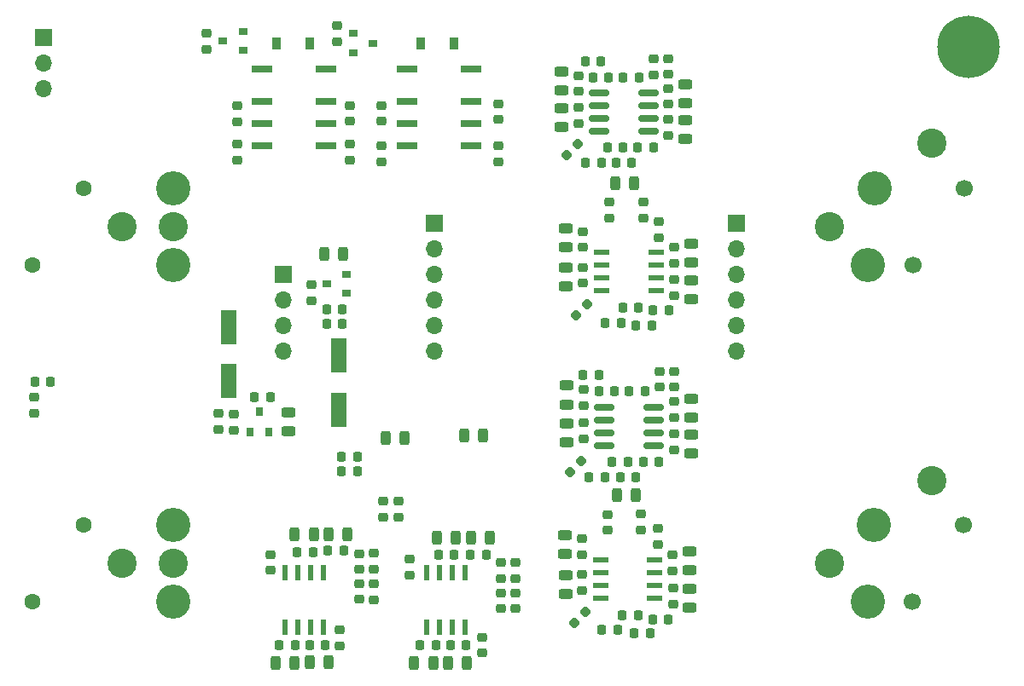
<source format=gbr>
G04 #@! TF.GenerationSoftware,KiCad,Pcbnew,6.0.2+dfsg-1*
G04 #@! TF.CreationDate,2022-08-31T21:38:22+10:00*
G04 #@! TF.ProjectId,AudioInjector.ABS.v1.balanced.preamplifier,41756469-6f49-46e6-9a65-63746f722e41,rev?*
G04 #@! TF.SameCoordinates,Original*
G04 #@! TF.FileFunction,Soldermask,Top*
G04 #@! TF.FilePolarity,Negative*
%FSLAX45Y45*%
G04 Gerber Fmt 4.5, Leading zero omitted, Abs format (unit mm)*
G04 Created by KiCad (PCBNEW 6.0.2+dfsg-1) date 2022-08-31 21:38:22*
%MOMM*%
%LPD*%
G01*
G04 APERTURE LIST*
G04 Aperture macros list*
%AMRoundRect*
0 Rectangle with rounded corners*
0 $1 Rounding radius*
0 $2 $3 $4 $5 $6 $7 $8 $9 X,Y pos of 4 corners*
0 Add a 4 corners polygon primitive as box body*
4,1,4,$2,$3,$4,$5,$6,$7,$8,$9,$2,$3,0*
0 Add four circle primitives for the rounded corners*
1,1,$1+$1,$2,$3*
1,1,$1+$1,$4,$5*
1,1,$1+$1,$6,$7*
1,1,$1+$1,$8,$9*
0 Add four rect primitives between the rounded corners*
20,1,$1+$1,$2,$3,$4,$5,0*
20,1,$1+$1,$4,$5,$6,$7,0*
20,1,$1+$1,$6,$7,$8,$9,0*
20,1,$1+$1,$8,$9,$2,$3,0*%
G04 Aperture macros list end*
%ADD10R,1.550000X0.600000*%
%ADD11RoundRect,0.218750X-0.256250X0.218750X-0.256250X-0.218750X0.256250X-0.218750X0.256250X0.218750X0*%
%ADD12RoundRect,0.218750X-0.026517X0.335876X-0.335876X0.026517X0.026517X-0.335876X0.335876X-0.026517X0*%
%ADD13RoundRect,0.218750X-0.218750X-0.256250X0.218750X-0.256250X0.218750X0.256250X-0.218750X0.256250X0*%
%ADD14RoundRect,0.218750X0.218750X0.256250X-0.218750X0.256250X-0.218750X-0.256250X0.218750X-0.256250X0*%
%ADD15RoundRect,0.218750X0.256250X-0.218750X0.256250X0.218750X-0.256250X0.218750X-0.256250X-0.218750X0*%
%ADD16R,2.150000X0.800000*%
%ADD17C,1.600000*%
%ADD18C,3.400000*%
%ADD19C,2.900000*%
%ADD20R,0.900000X0.800000*%
%ADD21R,0.900000X1.200000*%
%ADD22C,1.700000*%
%ADD23RoundRect,0.243750X-0.456250X0.243750X-0.456250X-0.243750X0.456250X-0.243750X0.456250X0.243750X0*%
%ADD24R,1.600000X3.500000*%
%ADD25R,0.600000X1.550000*%
%ADD26R,0.800000X0.900000*%
%ADD27RoundRect,0.243750X-0.243750X-0.456250X0.243750X-0.456250X0.243750X0.456250X-0.243750X0.456250X0*%
%ADD28C,6.200000*%
%ADD29RoundRect,0.243750X0.456250X-0.243750X0.456250X0.243750X-0.456250X0.243750X-0.456250X-0.243750X0*%
%ADD30RoundRect,0.243750X0.243750X0.456250X-0.243750X0.456250X-0.243750X-0.456250X0.243750X-0.456250X0*%
%ADD31RoundRect,0.150000X0.825000X0.150000X-0.825000X0.150000X-0.825000X-0.150000X0.825000X-0.150000X0*%
%ADD32R,1.700000X1.700000*%
%ADD33O,1.700000X1.700000*%
G04 APERTURE END LIST*
D10*
X15775000Y-12915500D03*
X15775000Y-12788500D03*
X15775000Y-12661500D03*
X15775000Y-12534500D03*
X15235000Y-12534500D03*
X15235000Y-12661500D03*
X15235000Y-12788500D03*
X15235000Y-12915500D03*
D11*
X15805000Y-12236250D03*
X15805000Y-12393750D03*
D12*
X15091369Y-13053631D03*
X14980000Y-13165000D03*
D13*
X15447500Y-13090000D03*
X15605000Y-13090000D03*
X15747500Y-13115000D03*
X15905000Y-13115000D03*
D14*
X15430000Y-13240000D03*
X15272500Y-13240000D03*
D15*
X15955000Y-12647500D03*
X15955000Y-12490000D03*
X15055000Y-12490000D03*
X15055000Y-12332500D03*
D11*
X15055000Y-12686250D03*
X15055000Y-12843750D03*
X15955000Y-12811250D03*
X15955000Y-12968750D03*
D14*
X15733750Y-13265000D03*
X15576250Y-13265000D03*
D16*
X13942500Y-10717500D03*
X13942500Y-11037500D03*
X13941500Y-11257500D03*
X13941500Y-11477500D03*
X13306500Y-11477500D03*
X13306500Y-11257500D03*
X13306500Y-11037500D03*
X13306500Y-10717500D03*
X12501500Y-10717500D03*
X12501500Y-11037500D03*
X12500500Y-11257500D03*
X12500500Y-11477500D03*
X11865500Y-11477500D03*
X11865500Y-11257500D03*
X11865500Y-11037500D03*
X11865500Y-10717500D03*
D17*
X10098000Y-11900000D03*
X9590000Y-12662000D03*
D18*
X10987000Y-11900000D03*
X10987000Y-12662000D03*
D19*
X10987000Y-12281000D03*
X10479000Y-12281000D03*
D11*
X14210000Y-11062500D03*
X14210000Y-11220000D03*
X14210000Y-11482500D03*
X14210000Y-11640000D03*
X13050000Y-11080000D03*
X13050000Y-11237500D03*
X13050000Y-11480000D03*
X13050000Y-11637500D03*
X12740000Y-11080000D03*
X12740000Y-11237500D03*
X12740000Y-11462500D03*
X12740000Y-11620000D03*
X11620000Y-11082500D03*
X11620000Y-11240000D03*
X11620000Y-11462500D03*
X11620000Y-11620000D03*
D20*
X11680000Y-10535000D03*
X11680000Y-10345000D03*
X11480000Y-10440000D03*
D15*
X12610000Y-10447500D03*
X12610000Y-10290000D03*
X11320000Y-10520000D03*
X11320000Y-10362500D03*
D21*
X13440000Y-10460000D03*
X13770000Y-10460000D03*
X12010000Y-10460000D03*
X12340000Y-10460000D03*
D13*
X15742500Y-16185000D03*
X15900000Y-16185000D03*
D11*
X15945000Y-15876250D03*
X15945000Y-16033750D03*
D12*
X15075685Y-16109315D03*
X14964315Y-16220685D03*
D11*
X15045000Y-15742500D03*
X15045000Y-15900000D03*
D13*
X15440000Y-16145000D03*
X15597500Y-16145000D03*
D14*
X15718750Y-16325000D03*
X15561250Y-16325000D03*
D11*
X15795000Y-15282500D03*
X15795000Y-15440000D03*
D10*
X15765000Y-15975500D03*
X15765000Y-15848500D03*
X15765000Y-15721500D03*
X15765000Y-15594500D03*
X15225000Y-15594500D03*
X15225000Y-15721500D03*
X15225000Y-15848500D03*
X15225000Y-15975500D03*
D15*
X15040000Y-15542500D03*
X15040000Y-15385000D03*
D14*
X15397500Y-16285000D03*
X15240000Y-16285000D03*
D15*
X15940000Y-15705000D03*
X15940000Y-15547500D03*
D20*
X12770000Y-10365000D03*
X12770000Y-10555000D03*
X12970000Y-10460000D03*
D15*
X12640000Y-16448750D03*
X12640000Y-16291250D03*
X11950000Y-15698750D03*
X11950000Y-15541250D03*
D13*
X12522500Y-15505000D03*
X12680000Y-15505000D03*
X12340000Y-16445000D03*
X12497500Y-16445000D03*
D14*
X12373750Y-15520000D03*
X12216250Y-15520000D03*
X12193750Y-16445000D03*
X12036250Y-16445000D03*
D22*
X18324500Y-12662000D03*
X18832500Y-11900000D03*
D18*
X17943500Y-11900000D03*
X17880000Y-12662000D03*
D19*
X17498500Y-12281000D03*
X18515500Y-11456000D03*
D23*
X12127500Y-14131250D03*
X12127500Y-14318750D03*
D15*
X9605000Y-14138750D03*
X9605000Y-13981250D03*
D14*
X9768750Y-13825000D03*
X9611250Y-13825000D03*
X12666250Y-13252500D03*
X12508750Y-13252500D03*
D24*
X12627500Y-13565000D03*
X12627500Y-14105000D03*
D15*
X11437500Y-14295000D03*
X11437500Y-14137500D03*
D24*
X11540000Y-13280000D03*
X11540000Y-13820000D03*
D13*
X12508750Y-13102500D03*
X12666250Y-13102500D03*
X11791250Y-13975000D03*
X11948750Y-13975000D03*
D25*
X12099500Y-16260000D03*
X12226500Y-16260000D03*
X12353500Y-16260000D03*
X12480500Y-16260000D03*
X12480500Y-15720000D03*
X12353500Y-15720000D03*
X12226500Y-15720000D03*
X12099500Y-15720000D03*
D26*
X11747500Y-14325000D03*
X11937500Y-14325000D03*
X11842500Y-14125000D03*
D20*
X12707500Y-12947500D03*
X12707500Y-12757500D03*
X12507500Y-12852500D03*
D15*
X12357500Y-13020000D03*
X12357500Y-12862500D03*
D27*
X12483750Y-12552500D03*
X12671250Y-12552500D03*
D11*
X11587500Y-14146250D03*
X11587500Y-14303750D03*
D13*
X13936250Y-15545000D03*
X14093750Y-15545000D03*
D15*
X13335000Y-15743750D03*
X13335000Y-15586250D03*
D14*
X13775000Y-15545000D03*
X13617500Y-15545000D03*
D11*
X14235000Y-15921250D03*
X14235000Y-16078750D03*
X14380000Y-15921250D03*
X14380000Y-16078750D03*
D13*
X13735000Y-16445000D03*
X13892500Y-16445000D03*
D14*
X13595000Y-16445000D03*
X13437500Y-16445000D03*
D15*
X14235000Y-15780000D03*
X14235000Y-15622500D03*
X14380000Y-15780000D03*
X14380000Y-15622500D03*
D25*
X13504500Y-16265000D03*
X13631500Y-16265000D03*
X13758500Y-16265000D03*
X13885500Y-16265000D03*
X13885500Y-15725000D03*
X13758500Y-15725000D03*
X13631500Y-15725000D03*
X13504500Y-15725000D03*
D11*
X12980000Y-15831250D03*
X12980000Y-15988750D03*
X12830000Y-15827500D03*
X12830000Y-15985000D03*
D15*
X12830000Y-15690000D03*
X12830000Y-15532500D03*
X12980000Y-15687500D03*
X12980000Y-15530000D03*
X14050000Y-16518750D03*
X14050000Y-16361250D03*
X13220000Y-15167500D03*
X13220000Y-15010000D03*
X13070000Y-15168750D03*
X13070000Y-15011250D03*
D13*
X12656250Y-14570000D03*
X12813750Y-14570000D03*
X12657750Y-14716500D03*
X12815250Y-14716500D03*
D22*
X18827500Y-15250000D03*
X18319500Y-16012000D03*
D18*
X17938500Y-15250000D03*
X17875000Y-16012000D03*
D19*
X17493500Y-15631000D03*
X18510500Y-14806000D03*
D17*
X9590000Y-16012000D03*
X10098000Y-15250000D03*
D18*
X10987000Y-15250000D03*
X10987000Y-16012000D03*
D19*
X10987000Y-15631000D03*
X10479000Y-15631000D03*
D28*
X18875000Y-10500000D03*
D29*
X16110000Y-15700000D03*
X16110000Y-15512500D03*
X14872500Y-15537500D03*
X14872500Y-15350000D03*
D23*
X16112500Y-15880000D03*
X16112500Y-16067500D03*
X14877500Y-15747500D03*
X14877500Y-15935000D03*
D29*
X16122500Y-12642500D03*
X16122500Y-12455000D03*
X14885000Y-12486250D03*
X14885000Y-12298750D03*
D23*
X16122500Y-12816250D03*
X16122500Y-13003750D03*
X14885000Y-12687500D03*
X14885000Y-12875000D03*
D27*
X12525000Y-15337500D03*
X12712500Y-15337500D03*
X13937500Y-15375000D03*
X14125000Y-15375000D03*
X13715000Y-16615000D03*
X13902500Y-16615000D03*
D30*
X13787500Y-15375000D03*
X13600000Y-15375000D03*
X13565000Y-16615000D03*
X13377500Y-16615000D03*
D27*
X12343750Y-16612500D03*
X12531250Y-16612500D03*
D30*
X12380000Y-15337500D03*
X12192500Y-15337500D03*
X12190000Y-16615000D03*
X12002500Y-16615000D03*
D11*
X15810000Y-13720000D03*
X15810000Y-13877500D03*
D12*
X15031369Y-14608631D03*
X14920000Y-14720000D03*
D29*
X14890000Y-14050000D03*
X14890000Y-13862500D03*
D23*
X16130000Y-14350000D03*
X16130000Y-14537500D03*
X14890000Y-14240000D03*
X14890000Y-14427500D03*
D13*
X15341250Y-14620000D03*
X15498750Y-14620000D03*
X15650000Y-14620000D03*
X15807500Y-14620000D03*
D15*
X15960000Y-14178750D03*
X15960000Y-14021250D03*
X15060000Y-14060000D03*
X15060000Y-13902500D03*
D11*
X15960000Y-14341250D03*
X15960000Y-14498750D03*
X15060000Y-14231250D03*
X15060000Y-14388750D03*
D14*
X15210000Y-13760000D03*
X15052500Y-13760000D03*
D11*
X15960000Y-13720000D03*
X15960000Y-13877500D03*
D14*
X15367500Y-13920000D03*
X15210000Y-13920000D03*
D13*
X15510000Y-13920000D03*
X15667500Y-13920000D03*
D15*
X15630000Y-15297500D03*
X15630000Y-15140000D03*
D31*
X15757500Y-14460500D03*
X15757500Y-14333500D03*
X15757500Y-14206500D03*
X15757500Y-14079500D03*
X15262500Y-14079500D03*
X15262500Y-14206500D03*
X15262500Y-14333500D03*
X15262500Y-14460500D03*
D29*
X16130000Y-14180000D03*
X16130000Y-13992500D03*
D12*
X15001369Y-11458631D03*
X14890000Y-11570000D03*
D29*
X16070000Y-11057500D03*
X16070000Y-10870000D03*
X14840000Y-10930000D03*
X14840000Y-10742500D03*
D23*
X16070000Y-11226250D03*
X16070000Y-11413750D03*
X14840000Y-11110000D03*
X14840000Y-11297500D03*
D14*
X15267500Y-14770000D03*
X15110000Y-14770000D03*
D15*
X15650000Y-12197500D03*
X15650000Y-12040000D03*
X15310000Y-12198750D03*
X15310000Y-12041250D03*
D13*
X15592500Y-11500000D03*
X15750000Y-11500000D03*
D14*
X15537500Y-11650000D03*
X15380000Y-11650000D03*
X15237500Y-11650000D03*
X15080000Y-11650000D03*
D15*
X15900000Y-11067500D03*
X15900000Y-10910000D03*
X15010000Y-10938750D03*
X15010000Y-10781250D03*
D11*
X15900000Y-11220000D03*
X15900000Y-11377500D03*
X15010000Y-11102500D03*
X15010000Y-11260000D03*
X15900000Y-10612500D03*
X15900000Y-10770000D03*
D14*
X15308750Y-10800000D03*
X15151250Y-10800000D03*
D31*
X15705000Y-11338000D03*
X15705000Y-11211000D03*
X15705000Y-11084000D03*
X15705000Y-10957000D03*
X15210000Y-10957000D03*
X15210000Y-11084000D03*
X15210000Y-11211000D03*
X15210000Y-11338000D03*
D11*
X15750000Y-10620000D03*
X15750000Y-10777500D03*
D14*
X15578750Y-14770000D03*
X15421250Y-14770000D03*
D13*
X15450000Y-10800000D03*
X15607500Y-10800000D03*
D15*
X15300000Y-15300000D03*
X15300000Y-15142500D03*
D14*
X15230000Y-10640000D03*
X15072500Y-10640000D03*
D13*
X15292500Y-11500000D03*
X15450000Y-11500000D03*
D30*
X15578750Y-14955000D03*
X15391250Y-14955000D03*
X15558750Y-11850500D03*
X15371250Y-11850500D03*
D27*
X13876250Y-14360000D03*
X14063750Y-14360000D03*
X13096250Y-14380000D03*
X13283750Y-14380000D03*
D32*
X16575000Y-12250000D03*
D33*
X16575000Y-12504000D03*
X16575000Y-12758000D03*
X16575000Y-13012000D03*
X16575000Y-13266000D03*
X16575000Y-13520000D03*
D32*
X9700000Y-10402000D03*
D33*
X9700000Y-10656000D03*
X9700000Y-10910000D03*
D32*
X12075000Y-12758000D03*
D33*
X12075000Y-13012000D03*
X12075000Y-13266000D03*
X12075000Y-13520000D03*
D32*
X13575000Y-12250000D03*
D33*
X13575000Y-12504000D03*
X13575000Y-12758000D03*
X13575000Y-13012000D03*
X13575000Y-13266000D03*
X13575000Y-13520000D03*
M02*

</source>
